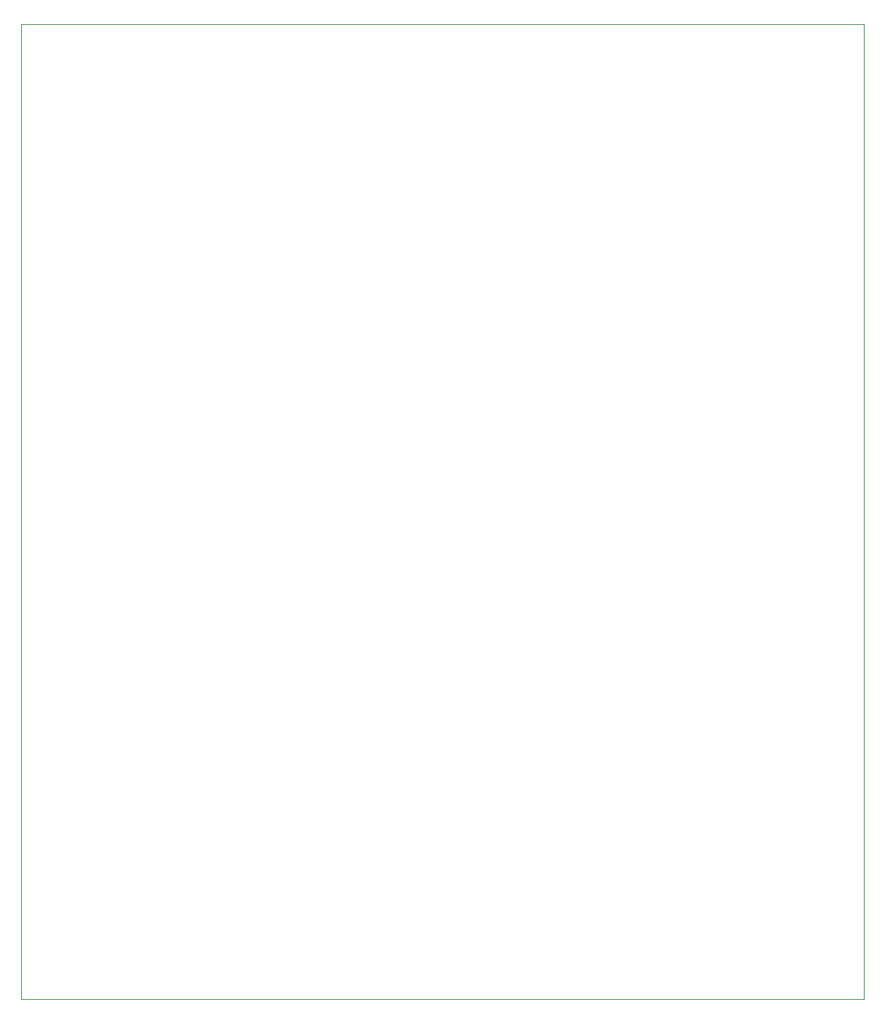
<source format=gbr>
G04 #@! TF.GenerationSoftware,KiCad,Pcbnew,(5.1.2-1)-1*
G04 #@! TF.CreationDate,2021-05-20T21:43:18-04:00*
G04 #@! TF.ProjectId,B_to_UHJ_Converter,425f746f-5f55-4484-9a5f-436f6e766572,rev?*
G04 #@! TF.SameCoordinates,Original*
G04 #@! TF.FileFunction,Profile,NP*
%FSLAX46Y46*%
G04 Gerber Fmt 4.6, Leading zero omitted, Abs format (unit mm)*
G04 Created by KiCad (PCBNEW (5.1.2-1)-1) date 2021-05-20 21:43:18*
%MOMM*%
%LPD*%
G04 APERTURE LIST*
%ADD10C,0.050000*%
G04 APERTURE END LIST*
D10*
X106680000Y-12192000D02*
X12192000Y-12192000D01*
X106680000Y-121412000D02*
X106680000Y-12192000D01*
X12192000Y-121412000D02*
X106680000Y-121412000D01*
X12192000Y-12192000D02*
X12192000Y-121412000D01*
M02*

</source>
